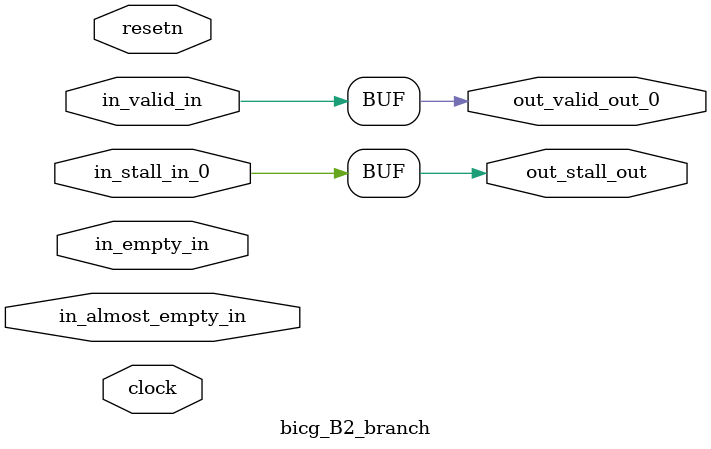
<source format=sv>



(* altera_attribute = "-name AUTO_SHIFT_REGISTER_RECOGNITION OFF; -name MESSAGE_DISABLE 10036; -name MESSAGE_DISABLE 10037; -name MESSAGE_DISABLE 14130; -name MESSAGE_DISABLE 14320; -name MESSAGE_DISABLE 15400; -name MESSAGE_DISABLE 14130; -name MESSAGE_DISABLE 10036; -name MESSAGE_DISABLE 12020; -name MESSAGE_DISABLE 12030; -name MESSAGE_DISABLE 12010; -name MESSAGE_DISABLE 12110; -name MESSAGE_DISABLE 14320; -name MESSAGE_DISABLE 13410; -name MESSAGE_DISABLE 113007; -name MESSAGE_DISABLE 10958" *)
module bicg_B2_branch (
    input wire [0:0] in_almost_empty_in,
    input wire [0:0] in_empty_in,
    input wire [0:0] in_stall_in_0,
    input wire [0:0] in_valid_in,
    output wire [0:0] out_stall_out,
    output wire [0:0] out_valid_out_0,
    input wire clock,
    input wire resetn
    );

    reg [0:0] rst_sync_rst_sclrn;


    // out_stall_out(GPOUT,6)
    assign out_stall_out = in_stall_in_0;

    // out_valid_out_0(GPOUT,7)
    assign out_valid_out_0 = in_valid_in;

    // rst_sync(RESETSYNC,8)
    acl_reset_handler #(
        .ASYNC_RESET(0),
        .USE_SYNCHRONIZER(1),
        .PULSE_EXTENSION(0),
        .PIPE_DEPTH(3),
        .DUPLICATE(1)
    ) therst_sync (
        .clk(clock),
        .i_resetn(resetn),
        .o_sclrn(rst_sync_rst_sclrn)
    );

endmodule

</source>
